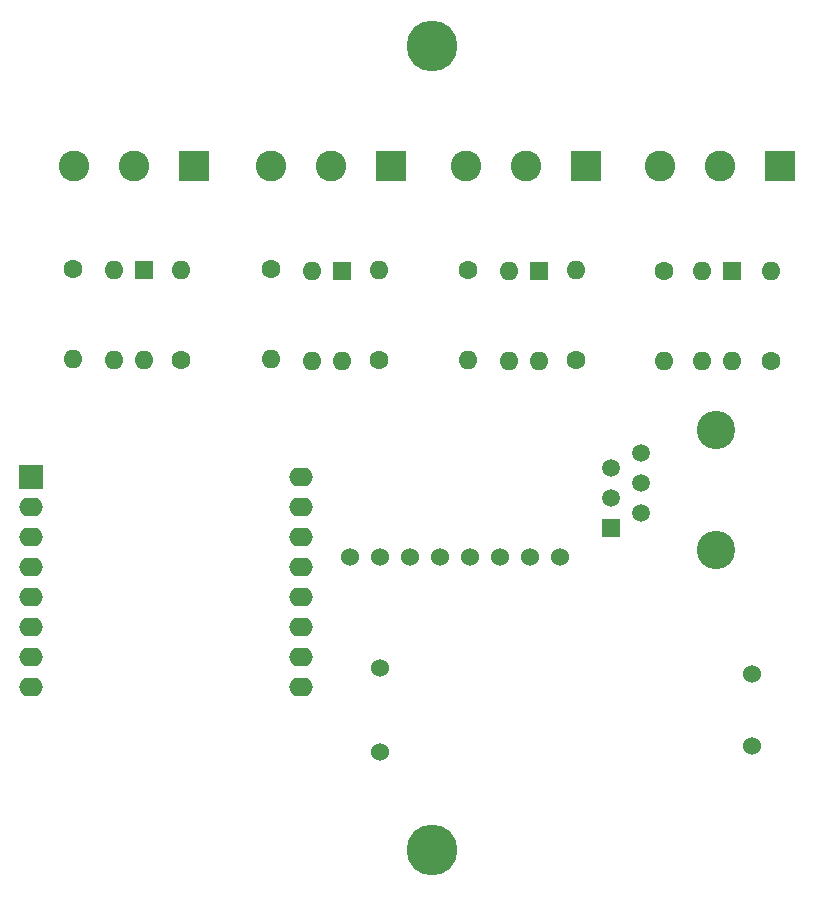
<source format=gbr>
%TF.GenerationSoftware,KiCad,Pcbnew,(6.0.7)*%
%TF.CreationDate,2023-01-06T17:08:48+01:00*%
%TF.ProjectId,s0 interface,73302069-6e74-4657-9266-6163652e6b69,rev?*%
%TF.SameCoordinates,Original*%
%TF.FileFunction,Soldermask,Top*%
%TF.FilePolarity,Negative*%
%FSLAX46Y46*%
G04 Gerber Fmt 4.6, Leading zero omitted, Abs format (unit mm)*
G04 Created by KiCad (PCBNEW (6.0.7)) date 2023-01-06 17:08:48*
%MOMM*%
%LPD*%
G01*
G04 APERTURE LIST*
%ADD10C,3.250000*%
%ADD11R,1.520000X1.520000*%
%ADD12C,1.520000*%
%ADD13R,2.600000X2.600000*%
%ADD14C,2.600000*%
%ADD15O,1.600000X1.600000*%
%ADD16C,1.600000*%
%ADD17R,1.600000X1.600000*%
%ADD18C,4.300000*%
%ADD19C,1.524000*%
%ADD20R,2.000000X2.000000*%
%ADD21O,2.000000X1.600000*%
G04 APERTURE END LIST*
D10*
%TO.C,P1*%
X215115000Y-83190000D03*
X215115000Y-73030000D03*
D11*
X206225000Y-81280000D03*
D12*
X208765000Y-80010000D03*
X206225000Y-78740000D03*
X208765000Y-77470000D03*
X206225000Y-76200000D03*
X208765000Y-74930000D03*
%TD*%
D13*
%TO.C,S0-4*%
X220477000Y-50627000D03*
D14*
X215397000Y-50627000D03*
X210317000Y-50627000D03*
%TD*%
D15*
%TO.C,R8*%
X219705000Y-59563000D03*
D16*
X219705000Y-67183000D03*
%TD*%
D15*
%TO.C,R4*%
X210688000Y-67183000D03*
D16*
X210688000Y-59563000D03*
%TD*%
D17*
%TO.C,IC7*%
X216408000Y-59573000D03*
D15*
X213868000Y-59573000D03*
X213868000Y-67193000D03*
X216408000Y-67193000D03*
%TD*%
%TO.C,IC6*%
X166629000Y-67114500D03*
X164089000Y-67114500D03*
X164089000Y-59494500D03*
D17*
X166629000Y-59494500D03*
%TD*%
D18*
%TO.C,REF\u002A\u002A*%
X191008000Y-40513000D03*
%TD*%
D14*
%TO.C,S0-3*%
X193903600Y-50673000D03*
X198983600Y-50673000D03*
D13*
X204063600Y-50673000D03*
%TD*%
D14*
%TO.C,S0-2*%
X177393600Y-50673000D03*
X182473600Y-50673000D03*
D13*
X187553600Y-50673000D03*
%TD*%
D19*
%TO.C,IC2*%
X184055000Y-83725000D03*
X186595000Y-83725000D03*
X189135000Y-83725000D03*
X191675000Y-83725000D03*
X194215000Y-83725000D03*
X196755000Y-83725000D03*
X199295000Y-83725000D03*
X201835000Y-83725000D03*
%TD*%
D15*
%TO.C,R5*%
X169799000Y-59436000D03*
D16*
X169799000Y-67056000D03*
%TD*%
%TO.C,R7*%
X203225400Y-67096400D03*
D15*
X203225400Y-59476400D03*
%TD*%
D17*
%TO.C,IC5*%
X183393000Y-59509500D03*
D15*
X180853000Y-59509500D03*
X180853000Y-67129500D03*
X183393000Y-67129500D03*
%TD*%
D19*
%TO.C,DC1*%
X186595000Y-93123000D03*
X186595000Y-100235000D03*
X218091000Y-93631000D03*
X218091000Y-99727000D03*
%TD*%
D17*
%TO.C,IC4*%
X200055400Y-59558000D03*
D15*
X197515400Y-59558000D03*
X197515400Y-67178000D03*
X200055400Y-67178000D03*
%TD*%
D16*
%TO.C,R6*%
X186563000Y-67119500D03*
D15*
X186563000Y-59499500D03*
%TD*%
%TO.C,R1*%
X160655000Y-67007500D03*
D16*
X160655000Y-59387500D03*
%TD*%
%TO.C,R3*%
X194056000Y-59451000D03*
D15*
X194056000Y-67071000D03*
%TD*%
D16*
%TO.C,R2*%
X177419000Y-59372500D03*
D15*
X177419000Y-66992500D03*
%TD*%
D20*
%TO.C,IC1*%
X157099000Y-76962000D03*
D21*
X157099000Y-79502000D03*
X157099000Y-82042000D03*
X157099000Y-84582000D03*
X157099000Y-87122000D03*
X157099000Y-89662000D03*
X157099000Y-92202000D03*
X157099000Y-94742000D03*
X179959000Y-94742000D03*
X179959000Y-92202000D03*
X179959000Y-89662000D03*
X179959000Y-87122000D03*
X179959000Y-84582000D03*
X179959000Y-82042000D03*
X179959000Y-79502000D03*
X179959000Y-76962000D03*
%TD*%
D18*
%TO.C,REF\u002A\u002A*%
X191008000Y-108585000D03*
%TD*%
D14*
%TO.C,S0-1*%
X160756600Y-50673000D03*
X165836600Y-50673000D03*
D13*
X170916600Y-50673000D03*
%TD*%
M02*

</source>
